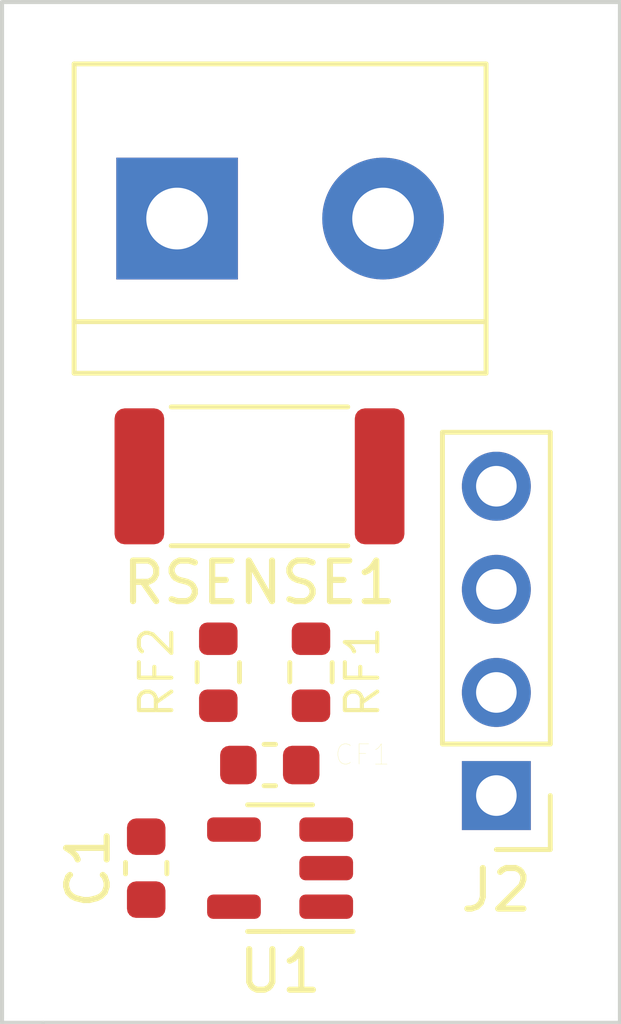
<source format=kicad_pcb>
(kicad_pcb (version 20211014) (generator pcbnew)
  (layers (0 "F.Cu" signal) (31 "B.Cu" signal) (34 "B.Paste" user) (35 "F.Paste" user) (36 "B.SilkS" user "B.Silkscreen") (37 "F.SilkS" user "F.Silkscreen") (38 "B.Mask" user) (39 "F.Mask" user) (44 "Edge.Cuts" user))
  (net 0 "")
  (net 1 "VCC")
  (net 2 "GND")
  (net 3 "/VOUT")
  (net 4 "/IN+")
  (net 5 "/IN-")
  (net 6 "/VIN+")
  (net 7 "/VIN-")
  (footprint "TerminalBlock:TerminalBlock_bornier-2_P5.08mm" (layer "F.Cu") (at 117.348 79.756)
    (fp_text reference "J1" hide)
    (fp_text value "VIN")
    (fp_line (start 7.62 2.54) (end -2.54 2.54) (layer "F.SilkS") (width 0.12))
    (fp_line (start 7.62 3.81) (end 7.62 -3.81) (layer "F.SilkS") (width 0.12))
    (fp_line (start 7.62 -3.81) (end -2.54 -3.81) (layer "F.SilkS") (width 0.12))
    (fp_line (start -2.54 3.81) (end 7.62 3.81) (layer "F.SilkS") (width 0.12))
    (fp_line (start -2.54 -3.81) (end -2.54 3.81) (layer "F.SilkS") (width 0.12))
    (pad "1" thru_hole rect (at 0 0) (size 3 3) (drill 1.52) (layers *.Cu *.Mask) (net 5 "/IN-"))
    (pad "2" thru_hole circle (at 5.08 0) (size 3 3) (drill 1.52) (layers *.Cu *.Mask) (net 4 "/IN+"))
  )
  (footprint "Resistor_SMD:R_0603_1608Metric" (layer "F.Cu") (at 118.364 90.932 90)
    (fp_text reference "RF2" (at 0 -1.524 90) (layer "F.SilkS") (effects (font (size 0.8 0.8) (thickness 0.1))))
    (fp_text value "10R")
    (fp_line (start -0.237258 -0.5225) (end 0.237258 -0.5225) (layer "F.SilkS") (width 0.12))
    (fp_line (start -0.237258 0.5225) (end 0.237258 0.5225) (layer "F.SilkS") (width 0.12))
    (pad "1" smd roundrect (at -0.825 0 90) (size 0.8 0.95) (layers "F.Cu" "F.Paste" "F.Mask") (net 7 "/VIN-"))
    (pad "2" smd roundrect (at 0.825 0 90) (size 0.8 0.95) (layers "F.Cu" "F.Paste" "F.Mask") (net 5 "/IN-"))
  )
  (footprint "Capacitor_SMD:C_0603_1608Metric" (layer "F.Cu") (at 116.586 95.758 90)
    (fp_text reference "C1" (at 0 -1.43 90) (layer "F.SilkS"))
    (fp_text value "100n")
    (fp_line (start -0.14058 -0.51) (end 0.14058 -0.51) (layer "F.SilkS") (width 0.12))
    (fp_line (start -0.14058 0.51) (end 0.14058 0.51) (layer "F.SilkS") (width 0.12))
    (pad "1" smd roundrect (at -0.775 0 90) (size 0.9 0.95) (layers "F.Cu" "F.Paste" "F.Mask") (net 1 "VCC"))
    (pad "2" smd roundrect (at 0.775 0 90) (size 0.9 0.95) (layers "F.Cu" "F.Paste" "F.Mask") (net 2 "GND"))
  )
  (footprint "Package_TO_SOT_SMD:SOT-23-5" (layer "F.Cu") (at 119.888 95.758 180)
    (fp_text reference "U1" (at 0 -2.54) (layer "F.SilkS"))
    (fp_text value "INA180A2")
    (fp_line (start 0 -1.56) (end -1.8 -1.56) (layer "F.SilkS") (width 0.12))
    (fp_line (start 0 1.56) (end -0.8 1.56) (layer "F.SilkS") (width 0.12))
    (fp_line (start 0 1.56) (end 0.8 1.56) (layer "F.SilkS") (width 0.12))
    (fp_line (start 0 -1.56) (end 0.8 -1.56) (layer "F.SilkS") (width 0.12))
    (pad "1" smd roundrect (at -1.1375 -0.95 180) (size 1.325 0.6) (layers "F.Cu" "F.Paste" "F.Mask") (net 3 "/VOUT"))
    (pad "2" smd roundrect (at -1.1375 0 180) (size 1.325 0.6) (layers "F.Cu" "F.Paste" "F.Mask") (net 2 "GND"))
    (pad "3" smd roundrect (at -1.1375 0.95 180) (size 1.325 0.6) (layers "F.Cu" "F.Paste" "F.Mask") (net 6 "/VIN+"))
    (pad "4" smd roundrect (at 1.1375 0.95 180) (size 1.325 0.6) (layers "F.Cu" "F.Paste" "F.Mask") (net 7 "/VIN-"))
    (pad "5" smd roundrect (at 1.1375 -0.95 180) (size 1.325 0.6) (layers "F.Cu" "F.Paste" "F.Mask") (net 1 "VCC"))
  )
  (footprint "Connector_PinHeader_2.54mm:PinHeader_1x04_P2.54mm_Vertical" (layer "F.Cu") (at 125.222 93.97 180)
    (fp_text reference "J2" (at 0 -2.33) (layer "F.SilkS"))
    (fp_text value "IO")
    (fp_line (start -1.33 1.27) (end 1.33 1.27) (layer "F.SilkS") (width 0.12))
    (fp_line (start -1.33 8.95) (end 1.33 8.95) (layer "F.SilkS") (width 0.12))
    (fp_line (start -1.33 1.27) (end -1.33 8.95) (layer "F.SilkS") (width 0.12))
    (fp_line (start 1.33 1.27) (end 1.33 8.95) (layer "F.SilkS") (width 0.12))
    (fp_line (start -1.33 -1.33) (end 0 -1.33) (layer "F.SilkS") (width 0.12))
    (fp_line (start -1.33 0) (end -1.33 -1.33) (layer "F.SilkS") (width 0.12))
    (pad "1" thru_hole rect (at 0 0 180) (size 1.7 1.7) (drill 1) (layers *.Cu *.Mask) (net 1 "VCC"))
    (pad "2" thru_hole oval (at 0 2.54 180) (size 1.7 1.7) (drill 1) (layers *.Cu *.Mask) (net 3 "/VOUT"))
    (pad "3" thru_hole oval (at 0 5.08 180) (size 1.7 1.7) (drill 1) (layers *.Cu *.Mask) (net 3 "/VOUT"))
    (pad "4" thru_hole oval (at 0 7.62 180) (size 1.7 1.7) (drill 1) (layers *.Cu *.Mask) (net 2 "GND"))
  )
  (footprint "Resistor_SMD:R_0603_1608Metric" (layer "F.Cu") (at 120.65 90.932 90)
    (fp_text reference "RF1" (at 0 1.27 90) (layer "F.SilkS") (effects (font (size 0.8 0.8) (thickness 0.1))))
    (fp_text value "10R")
    (fp_line (start -0.237258 -0.5225) (end 0.237258 -0.5225) (layer "F.SilkS") (width 0.12))
    (fp_line (start -0.237258 0.5225) (end 0.237258 0.5225) (layer "F.SilkS") (width 0.12))
    (pad "1" smd roundrect (at -0.825 0 90) (size 0.8 0.95) (layers "F.Cu" "F.Paste" "F.Mask") (net 6 "/VIN+"))
    (pad "2" smd roundrect (at 0.825 0 90) (size 0.8 0.95) (layers "F.Cu" "F.Paste" "F.Mask") (net 4 "/IN+"))
  )
  (footprint "Resistor_SMD:R_2512_6332Metric" (layer "F.Cu") (at 119.38 86.106 180)
    (fp_text reference "RSENSE1" (at 0 -2.62) (layer "F.SilkS"))
    (fp_text value "R005")
    (fp_line (start -2.177064 1.71) (end 2.177064 1.71) (layer "F.SilkS") (width 0.12))
    (fp_line (start -2.177064 -1.71) (end 2.177064 -1.71) (layer "F.SilkS") (width 0.12))
    (pad "1" smd roundrect (at -2.9625 0 180) (size 1.225 3.35) (layers "F.Cu" "F.Paste" "F.Mask") (roundrect_rratio 0.204082) (net 4 "/IN+"))
    (pad "2" smd roundrect (at 2.9625 0 180) (size 1.225 3.35) (layers "F.Cu" "F.Paste" "F.Mask") (roundrect_rratio 0.204082) (net 5 "/IN-"))
  )
  (footprint "Capacitor_SMD:C_0603_1608Metric" (layer "F.Cu") (at 119.634 93.218 180)
    (fp_text reference "CF1" (at -2.286 0.254) (layer "F.SilkS") (effects (font (size 0.5 0.5) (thickness 0.0075))))
    (fp_text value "8n")
    (fp_line (start -0.14058 0.51) (end 0.14058 0.51) (layer "F.SilkS") (width 0.12))
    (fp_line (start -0.14058 -0.51) (end 0.14058 -0.51) (layer "F.SilkS") (width 0.12))
    (pad "1" smd roundrect (at -0.775 0 180) (size 0.9 0.95) (layers "F.Cu" "F.Paste" "F.Mask") (net 6 "/VIN+"))
    (pad "2" smd roundrect (at 0.775 0 180) (size 0.9 0.95) (layers "F.Cu" "F.Paste" "F.Mask") (net 7 "/VIN-"))
  )
  (gr_line (start 114.046 99.568) (end 128.27 99.568) (layer "Edge.Cuts") (width 0.1))
  (gr_line (start 113.03 74.422) (end 113.03 99.568) (layer "Edge.Cuts") (width 0.1))
  (gr_line (start 128.27 99.568) (end 128.27 74.422) (layer "Edge.Cuts") (width 0.1))
  (gr_line (start 113.03 99.568) (end 114.046 99.568) (layer "Edge.Cuts") (width 0.1))
  (gr_line (start 128.27 74.422) (end 113.03 74.422) (layer "Edge.Cuts") (width 0.1))
)
</source>
